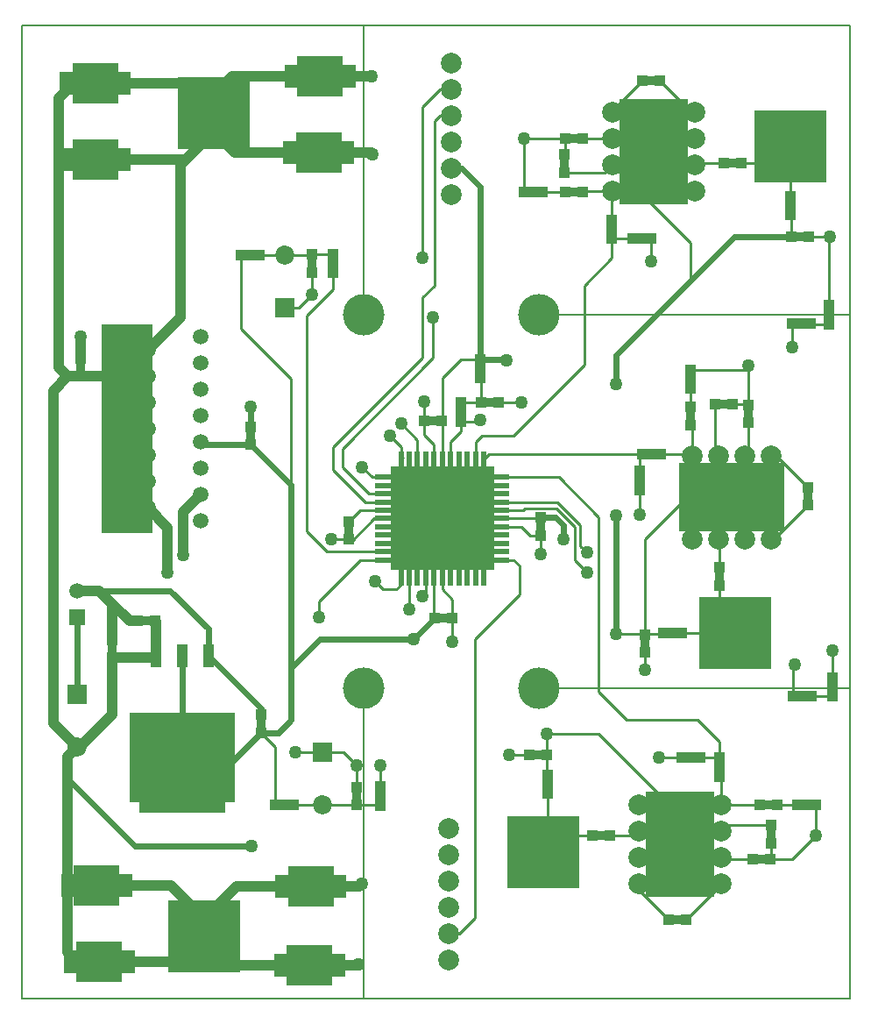
<source format=gtl>
%FSLAX25Y25*%
%MOIN*%
G70*
G01*
G75*
G04 Layer_Physical_Order=1*
G04 Layer_Color=13311*
%ADD10R,0.04213X0.08504*%
%ADD11R,0.32795X0.31496*%
%ADD12R,0.03937X0.03937*%
%ADD13R,0.03937X0.03937*%
%ADD14R,0.09843X0.09055*%
%ADD15R,0.05906X0.01969*%
%ADD16R,0.01969X0.05906*%
%ADD17C,0.01000*%
%ADD18C,0.02362*%
%ADD19C,0.03937*%
%ADD20C,0.00787*%
%ADD21R,0.40000X0.34016*%
%ADD22R,0.03543X0.06693*%
%ADD23R,0.06693X0.03543*%
%ADD24R,0.03937X0.07087*%
%ADD25R,0.17716X0.15748*%
%ADD26R,0.39370X0.39370*%
%ADD27R,0.07087X0.03937*%
%ADD28R,0.40158X0.25984*%
%ADD29R,0.25984X0.40158*%
%ADD30R,0.19685X0.79528*%
%ADD31R,0.27559X0.27559*%
%ADD32C,0.05906*%
%ADD33R,0.05906X0.05906*%
%ADD34R,0.07284X0.07284*%
%ADD35C,0.07284*%
%ADD36C,0.07874*%
%ADD37C,0.05000*%
%ADD38C,0.15748*%
G54D10*
X432148Y130287D02*
D03*
X452148D02*
D03*
X442148D02*
D03*
G54D11*
Y86311D02*
D03*
G54D12*
X472148Y101154D02*
D03*
Y107846D02*
D03*
X689605Y114957D02*
D03*
Y122043D02*
D03*
X688148Y263543D02*
D03*
Y256457D02*
D03*
X555648Y243043D02*
D03*
Y235957D02*
D03*
X548148Y226543D02*
D03*
Y219457D02*
D03*
X517648Y73457D02*
D03*
Y80543D02*
D03*
X499648Y283043D02*
D03*
Y275957D02*
D03*
X581148Y85043D02*
D03*
Y77957D02*
D03*
X673648Y297957D02*
D03*
Y305043D02*
D03*
X635648Y239043D02*
D03*
Y231957D02*
D03*
X646648Y84457D02*
D03*
Y91543D02*
D03*
X605648Y296043D02*
D03*
Y288957D02*
D03*
X616148Y200543D02*
D03*
Y193457D02*
D03*
X618148Y138347D02*
D03*
Y131653D02*
D03*
X587648Y314154D02*
D03*
Y320847D02*
D03*
X666148Y65847D02*
D03*
Y59153D02*
D03*
X468148Y210653D02*
D03*
Y217347D02*
D03*
X403648Y243347D02*
D03*
Y236653D02*
D03*
X508648Y73654D02*
D03*
Y80347D02*
D03*
X491648Y276153D02*
D03*
Y282846D02*
D03*
X505648Y174653D02*
D03*
Y181346D02*
D03*
X578648Y176154D02*
D03*
Y182846D02*
D03*
X680148Y194346D02*
D03*
Y187654D02*
D03*
X646648Y163847D02*
D03*
Y157153D02*
D03*
X635648Y224847D02*
D03*
Y218154D02*
D03*
X657648Y219000D02*
D03*
Y225693D02*
D03*
X415648Y129654D02*
D03*
Y136346D02*
D03*
G54D13*
X431994Y143500D02*
D03*
X425302D02*
D03*
X681648Y115000D02*
D03*
X674562D02*
D03*
X674105Y256500D02*
D03*
X681191D02*
D03*
X484691Y73500D02*
D03*
X477605D02*
D03*
X471691Y282500D02*
D03*
X464605D02*
D03*
X632191Y139000D02*
D03*
X625105D02*
D03*
X683191Y73500D02*
D03*
X676105D02*
D03*
X579191Y306500D02*
D03*
X572105D02*
D03*
X617105Y207000D02*
D03*
X624191D02*
D03*
X632105Y91500D02*
D03*
X639191D02*
D03*
X620691Y289000D02*
D03*
X613605D02*
D03*
X680494Y289500D02*
D03*
X673802D02*
D03*
X574302Y92500D02*
D03*
X580995D02*
D03*
X651495Y225847D02*
D03*
X644802D02*
D03*
X534302Y219500D02*
D03*
X540995D02*
D03*
X544994Y144500D02*
D03*
X538302D02*
D03*
X562495Y226500D02*
D03*
X555802D02*
D03*
X627302Y30000D02*
D03*
X633994D02*
D03*
X623994Y349000D02*
D03*
X617302D02*
D03*
X598302Y62000D02*
D03*
X604994D02*
D03*
X654994Y317500D02*
D03*
X648302D02*
D03*
X661802Y73500D02*
D03*
X668495D02*
D03*
X594494Y306500D02*
D03*
X587802D02*
D03*
X665995Y53000D02*
D03*
X659302D02*
D03*
X587802Y327000D02*
D03*
X594494D02*
D03*
G54D14*
X485683Y321500D02*
D03*
X502613D02*
D03*
X417613Y319000D02*
D03*
X400683D02*
D03*
X486184Y350500D02*
D03*
X503113D02*
D03*
X417613Y348000D02*
D03*
X400683D02*
D03*
X482184Y12500D02*
D03*
X499113D02*
D03*
X419113Y14000D02*
D03*
X402183D02*
D03*
X482684Y42500D02*
D03*
X499613D02*
D03*
X418113Y43000D02*
D03*
X401184D02*
D03*
G54D15*
X518707Y182500D02*
D03*
Y185650D02*
D03*
Y188799D02*
D03*
Y195098D02*
D03*
Y191949D02*
D03*
Y198248D02*
D03*
Y166752D02*
D03*
Y173051D02*
D03*
Y169902D02*
D03*
Y176201D02*
D03*
Y179350D02*
D03*
X563589D02*
D03*
Y176201D02*
D03*
Y169902D02*
D03*
Y173051D02*
D03*
Y166752D02*
D03*
Y198248D02*
D03*
Y191949D02*
D03*
Y195098D02*
D03*
Y188799D02*
D03*
Y185650D02*
D03*
Y182500D02*
D03*
G54D16*
X541148Y160059D02*
D03*
X544298D02*
D03*
X547447D02*
D03*
X553747D02*
D03*
X550597D02*
D03*
X556896D02*
D03*
X525400D02*
D03*
X531699D02*
D03*
X528550D02*
D03*
X534849D02*
D03*
X537998D02*
D03*
Y204941D02*
D03*
X534849D02*
D03*
X528550D02*
D03*
X531699D02*
D03*
X525400D02*
D03*
X556896D02*
D03*
X550597D02*
D03*
X553747D02*
D03*
X547447D02*
D03*
X544298D02*
D03*
X541148D02*
D03*
G54D17*
X495648Y93500D02*
X485148D01*
X477605Y73500D02*
Y95697D01*
X472148Y101154D01*
X517648Y80543D02*
Y88500D01*
X489648Y177500D02*
Y259500D01*
X497247Y169902D02*
X489648Y177500D01*
X518707Y169902D02*
X497247D01*
X472148Y107846D02*
Y110287D01*
X518707Y166752D02*
X509900D01*
X580898Y85293D02*
Y100750D01*
X457306Y86311D02*
X442148D01*
X518707Y182500D02*
X515148D01*
X430365Y217047D02*
X430065Y217347D01*
X646648Y91543D02*
X639235D01*
X689605Y114957D02*
X689562Y115000D01*
X681648D01*
X555802Y235803D02*
X555648Y235957D01*
X555802Y226500D02*
Y235803D01*
Y226500D02*
X555758Y226543D01*
X548148D01*
X537998Y204941D02*
Y210650D01*
X544994Y144500D02*
Y151654D01*
X541148Y155500D01*
Y160059D01*
X538302Y144500D02*
X537998Y144803D01*
X597802Y62000D02*
X581648D01*
X614400D02*
X604494D01*
X615900Y63500D02*
X614400Y62000D01*
X647896Y53000D02*
X647396Y53500D01*
X659302Y53000D02*
X647896D01*
X661802Y73500D02*
X647396D01*
Y43402D02*
Y43500D01*
Y43402D02*
X633994Y30000D01*
X615900Y41402D02*
Y43500D01*
X627302Y30000D02*
X615900Y41402D01*
X482684Y42500D02*
X482184Y43000D01*
Y12500D02*
X481026Y13657D01*
X450648D02*
X450306Y14000D01*
X674148Y53000D02*
X665995D01*
X553747Y204941D02*
X553648Y204842D01*
X647396Y85405D02*
X647148Y85654D01*
X534849Y160059D02*
X534833D01*
X526065Y205606D02*
X525400Y204941D01*
X676105Y73500D02*
X668495D01*
X666148Y65847D02*
X649743D01*
X647396Y63500D01*
X666148Y53154D02*
Y59153D01*
Y53154D02*
X665995Y53000D01*
X495648Y73500D02*
X484691D01*
X517605D02*
X495648D01*
X468148Y217047D02*
Y217347D01*
X688148Y256457D02*
X681235D01*
X514648Y321000D02*
X514148Y321500D01*
X508648Y80347D02*
Y88500D01*
X503648Y93500D02*
X495648D01*
X508648Y88500D02*
X503648Y93500D01*
X469302Y209500D02*
X468148Y210653D01*
X491648Y267500D02*
Y276153D01*
X481148Y282500D02*
X471691D01*
X486648Y262500D02*
X481148D01*
X491648Y267500D02*
X486648Y262500D01*
X491302Y282500D02*
X481148D01*
X491648Y282846D02*
X491451Y283043D01*
X499451Y282846D02*
X491648D01*
X483495Y195307D02*
Y235653D01*
X464605Y254543D01*
Y282500D01*
X499648Y269500D02*
Y275957D01*
Y269500D02*
X489648Y259500D01*
X525400Y160059D02*
X525148Y159807D01*
X537998Y144803D02*
Y160059D01*
X534849Y154201D02*
Y160059D01*
Y154201D02*
X533648Y153000D01*
X528550Y148152D02*
Y160059D01*
Y148152D02*
X528398Y148000D01*
X525400Y157252D02*
Y160059D01*
Y157252D02*
X523648Y155500D01*
X518648D01*
X515648Y158500D01*
X518707Y198248D02*
X514400D01*
X525400Y204941D02*
Y209748D01*
X534302Y219500D02*
Y226847D01*
X571148Y226500D02*
X562495D01*
X547648Y24500D02*
X543648D01*
X553648Y30500D02*
X547648Y24500D01*
X553648Y30500D02*
Y136500D01*
X570648Y153500D02*
X553648Y136500D01*
X570648Y153500D02*
Y164500D01*
X568396Y166752D01*
X563589D01*
X544994Y135653D02*
Y144500D01*
X578648Y176154D02*
X574495D01*
X571298Y179350D01*
X563589D01*
X514400Y198248D02*
X510648Y202000D01*
X525400Y209748D02*
X521148Y214000D01*
X537998Y210650D02*
X534302Y214347D01*
Y219500D01*
X531699Y204941D02*
Y212449D01*
X525648Y218500D01*
X548148Y215500D02*
Y219457D01*
Y215500D02*
X544298Y211650D01*
Y204941D02*
Y211650D01*
X544648Y345500D02*
X540148D01*
X533648Y339000D01*
X515148Y182500D02*
X506475Y173827D01*
X544648Y335500D02*
X540148D01*
X505648Y174653D02*
X498994D01*
X509951Y185650D02*
X505648Y181346D01*
X518707Y185650D02*
X509951D01*
X503148Y202000D02*
Y209000D01*
X533648Y243500D02*
Y266500D01*
X537648Y243500D02*
X503148Y209000D01*
X537648Y243500D02*
Y259000D01*
X533648Y281500D02*
Y339000D01*
X513199Y191949D02*
X503148Y202000D01*
X518707Y191949D02*
X513199D01*
X533648Y243500D02*
X499648Y209500D01*
X518707Y188799D02*
X511849D01*
X499648Y201000D01*
Y209500D01*
X526550Y195098D02*
X518707D01*
X548648Y315500D02*
X544648D01*
X555648Y220000D02*
X555105Y219457D01*
X548148D01*
X574302Y92500D02*
X566648D01*
X618148Y125000D02*
Y131653D01*
X688648Y289500D02*
X680494D01*
X647396Y73500D02*
Y85405D01*
X646648Y91543D02*
Y97500D01*
X638148Y106000D01*
X675148Y127000D02*
X674562Y126413D01*
Y115000D02*
Y126413D01*
X689605Y122043D02*
Y132457D01*
X688148Y263543D02*
Y289000D01*
X688648Y289500D02*
X688148Y289000D01*
X647396Y63500D02*
X637648D01*
X600398Y100750D01*
X580898D01*
X638148Y106000D02*
X611148D01*
X618148Y138347D02*
Y138500D01*
X624605D02*
X618148D01*
X635648Y287252D02*
X605900Y317000D01*
X635648Y273000D02*
Y287252D01*
X673802Y289500D02*
Y297803D01*
X673648Y297957D01*
Y305043D02*
Y317000D01*
X673148Y317500D01*
X654994D01*
X648302D02*
X637896D01*
X637396Y317000D01*
X674148Y247500D02*
Y256457D01*
X674105Y256500D01*
X613605Y289000D02*
X605691D01*
X605648Y296043D02*
Y306748D01*
X553747Y204941D02*
Y211598D01*
X556148Y214000D02*
X553747Y211598D01*
X568148Y214000D02*
X556148D01*
X595148Y241000D02*
X568148Y214000D01*
X595148Y241000D02*
Y271000D01*
X605691Y281543D02*
X595148Y271000D01*
X605691Y281543D02*
Y289000D01*
X645648Y139000D02*
X632191D01*
X646648Y163847D02*
Y174252D01*
X646148Y174752D01*
X667246D02*
X666148D01*
X680148Y187654D02*
X667246Y174752D01*
X680148Y194346D02*
X668247Y206248D01*
X666148D01*
X657648Y207748D02*
X656148Y206248D01*
X657648Y207748D02*
Y219000D01*
X644802Y207594D02*
Y225847D01*
X646148Y206248D02*
X644802Y207594D01*
X657494Y225847D02*
X651495D01*
X657648Y225693D02*
Y240500D01*
X636148Y206248D02*
X635396Y207000D01*
X624191D01*
X617105D02*
X616148Y206043D01*
Y200543D02*
Y206043D01*
X636148Y206248D02*
Y217653D01*
X635648Y218154D01*
Y224847D02*
Y231957D01*
X656191Y239043D02*
X635648D01*
X657648Y240500D02*
X656191Y239043D01*
X683148Y62000D02*
X674148Y53000D01*
X683191Y62043D02*
Y73500D01*
X646148Y202500D02*
Y206248D01*
Y202500D02*
X618148Y174500D01*
Y138500D02*
Y174500D01*
X616148Y184000D02*
Y193457D01*
X558955Y207000D02*
X556896Y204941D01*
X618148Y138500D02*
X607148D01*
X617105Y207000D02*
X558955D01*
X632105Y91500D02*
X623648D01*
X637396Y337000D02*
X635994D01*
X623994Y349000D01*
X617302D02*
X605900Y337598D01*
Y337000D02*
Y337598D01*
Y317000D02*
X603054Y314154D01*
X587648D01*
X605900Y307000D02*
X594994D01*
X594494Y306500D01*
X587802D02*
X580691D01*
X580191Y307000D01*
X620691Y280457D02*
Y289000D01*
X605900Y327000D02*
X594494D01*
X587802Y321000D02*
Y327000D01*
Y321000D02*
X587648Y320847D01*
X587802Y327000D02*
X572148D01*
X572105Y306500D02*
Y326957D01*
X572148Y327000D02*
X572105Y326957D01*
X538148Y271000D02*
X533648Y266500D01*
X538148Y271000D02*
Y333500D01*
X540148Y335500D02*
X538148Y333500D01*
X578648Y169000D02*
Y176154D01*
X571798Y185650D02*
X563589D01*
X584969Y188799D02*
X563589D01*
X572463Y186315D02*
X571798Y185650D01*
X584625Y186315D02*
X572463D01*
X585400Y198248D02*
X563589D01*
X591648Y179292D02*
X584625Y186315D01*
X611148Y106000D02*
X600648Y116500D01*
Y183000D02*
X585400Y198248D01*
X600648Y116500D02*
Y183000D01*
X591648Y166500D02*
Y179292D01*
X596148Y162000D02*
X591648Y166500D01*
X593648Y172000D02*
Y180120D01*
X596148Y169500D02*
X593648Y172000D01*
Y180120D02*
X584969Y188799D01*
X565648Y242500D02*
X565105Y243043D01*
X537998Y160059D02*
Y183650D01*
X526550Y195098D01*
X578302Y182500D02*
X563589D01*
X578648Y182846D02*
X578302Y182500D01*
X548191Y243043D02*
X541148Y236000D01*
X555648Y243043D02*
X548191D01*
X541148Y204941D02*
Y236000D01*
X494148Y145000D02*
Y151000D01*
X509900Y166752D02*
X494148Y151000D01*
X581148Y63890D02*
Y77957D01*
Y63890D02*
X579648Y62390D01*
X646648Y140000D02*
X645648Y139000D01*
X646648Y140000D02*
Y157153D01*
G54D18*
X483495Y105847D02*
X478802Y101154D01*
X472148D01*
X442148Y86311D02*
Y130287D01*
X472148Y110287D02*
X452148Y130287D01*
X424148Y58000D02*
X398648Y83500D01*
X468648Y58000D02*
X424148D01*
X472148Y101154D02*
X457306Y86311D01*
X437648Y155000D02*
X410648D01*
X452148Y140500D02*
X437648Y155000D01*
X452148Y130287D02*
Y140500D01*
X432148Y130287D02*
X431514Y129654D01*
X402148Y116500D02*
Y145000D01*
X483495Y195307D02*
X469302Y209500D01*
X468148Y210653D02*
X450144D01*
X449298Y211500D01*
X468148Y217347D02*
Y225000D01*
X401184Y43000D02*
X398648Y45535D01*
X555648Y308500D02*
X548648Y315500D01*
X555648Y243043D02*
Y308500D01*
X673802Y289500D02*
X652148D01*
X635648Y273000D01*
X607148Y138500D02*
Y183500D01*
X635648Y273000D02*
X607148Y244500D01*
Y233500D02*
Y244500D01*
X432148Y143347D02*
X431994Y143500D01*
X402183Y14000D02*
X398648Y17535D01*
X494494Y136500D02*
X483495Y125500D01*
X538302Y144500D02*
X530302Y136500D01*
X483495Y105847D02*
Y125500D01*
Y195307D01*
X530302Y136500D02*
X530148D01*
X494494D01*
X587148Y174500D02*
Y180000D01*
X584302Y182846D01*
X578648D01*
X565105Y243043D02*
X555648D01*
G54D19*
X398648Y83500D02*
Y92000D01*
Y45535D02*
Y83500D01*
X422148Y143500D02*
X415648Y150000D01*
X425302Y143500D02*
X422148D01*
X431514Y129654D02*
X415648D01*
X393148Y104500D02*
Y231153D01*
X449298Y191500D02*
X442648Y184850D01*
Y168500D02*
Y184850D01*
X436648Y162000D02*
Y179071D01*
X429219Y186500D01*
X402148Y95500D02*
X393148Y104500D01*
X402148Y95500D02*
X398648Y92000D01*
X415648Y108000D02*
Y129654D01*
X482684Y42500D02*
X462758D01*
X438038Y43000D02*
X418113D01*
X415648Y108000D02*
X403148Y95500D01*
X415648Y136346D02*
Y150000D01*
X410648Y155000D01*
X402148D01*
X514148Y321500D02*
X502613D01*
X514148Y350500D02*
X503113D01*
X508648Y12500D02*
X499113D01*
X509648Y42500D02*
X499613D01*
X403648Y243347D02*
Y250500D01*
X398495Y236500D02*
X393148Y231153D01*
X429219Y236500D02*
X398495D01*
X441648Y258929D02*
X429219Y246500D01*
X432148Y130287D02*
Y143347D01*
X398495Y236500D02*
X395148Y239846D01*
Y342465D01*
X400683Y348000D02*
X395148Y342465D01*
X398648Y17535D02*
Y45535D01*
X449538Y348000D02*
X417613D01*
X486184Y350500D02*
X461258D01*
X454148Y343390D01*
X488183Y350500D02*
X486184D01*
X454148Y343390D02*
X449538Y348000D01*
X485683Y321500D02*
X462258D01*
X454148Y329610D01*
X441648Y258929D02*
Y317158D01*
X443491Y319000D02*
X417613D01*
X454148Y329658D02*
X443491Y319000D01*
X441648Y317158D01*
X482184Y12500D02*
X454758D01*
X450648Y16610D01*
X448038Y14000D01*
X419113D01*
X450648Y30390D02*
X438038Y43000D01*
X462758Y42500D02*
X450648Y30390D01*
G54D20*
X511109Y259842D02*
Y370079D01*
Y0D02*
Y118110D01*
X696148Y259842D02*
X578038D01*
X696148Y118110D02*
X578038D01*
X696148Y370079D02*
X381187D01*
X696148Y0D02*
Y370079D01*
X381187Y0D02*
Y370079D01*
X696148Y0D02*
X381187D01*
G54D21*
X442148Y91508D02*
D03*
G54D22*
X472148Y104500D02*
D03*
X618148Y135000D02*
D03*
X587648Y317500D02*
D03*
X666148Y62500D02*
D03*
X468148Y214000D02*
D03*
X403648Y240000D02*
D03*
X508648Y77000D02*
D03*
X491648Y279500D02*
D03*
X505648Y178000D02*
D03*
X578648Y179500D02*
D03*
X680148Y191000D02*
D03*
X646648Y160500D02*
D03*
X635648Y221500D02*
D03*
X657648Y222346D02*
D03*
X415648Y133000D02*
D03*
G54D23*
X428648Y143500D02*
D03*
X677148Y289500D02*
D03*
X577648Y92500D02*
D03*
X648148Y225847D02*
D03*
X537648Y219500D02*
D03*
X541648Y144500D02*
D03*
X559148Y226500D02*
D03*
X630648Y30000D02*
D03*
X620648Y349000D02*
D03*
X601648Y62000D02*
D03*
X651648Y317500D02*
D03*
X665148Y73500D02*
D03*
X591148Y306500D02*
D03*
X662648Y53000D02*
D03*
X591148Y327000D02*
D03*
G54D24*
X689605Y118500D02*
D03*
X688148Y260000D02*
D03*
X555648Y239500D02*
D03*
X548148Y223000D02*
D03*
X517648Y77000D02*
D03*
X499648Y279500D02*
D03*
X581148Y81500D02*
D03*
X673648Y301500D02*
D03*
X635648Y235500D02*
D03*
X646648Y88000D02*
D03*
X605648Y292500D02*
D03*
X616148Y197000D02*
D03*
G54D25*
X494148Y321500D02*
D03*
X409148Y319000D02*
D03*
X494648Y350500D02*
D03*
X409148Y348000D02*
D03*
X490648Y12500D02*
D03*
X410648Y14000D02*
D03*
X491148Y42500D02*
D03*
X409648Y43000D02*
D03*
G54D26*
X541148Y182500D02*
D03*
G54D27*
X678105Y115000D02*
D03*
X677648Y256500D02*
D03*
X481148Y73500D02*
D03*
X468148Y282500D02*
D03*
X628648Y139000D02*
D03*
X679648Y73500D02*
D03*
X575648Y306500D02*
D03*
X620648Y207000D02*
D03*
X635648Y91500D02*
D03*
X617148Y289000D02*
D03*
G54D28*
X651148Y190500D02*
D03*
G54D29*
X621648Y322000D02*
D03*
X631648Y58500D02*
D03*
G54D30*
X421146Y216504D02*
D03*
G54D31*
X454148Y336500D02*
D03*
X450648Y23500D02*
D03*
X579648Y55500D02*
D03*
X652648Y139000D02*
D03*
X673648Y324000D02*
D03*
G54D32*
X402148Y155000D02*
D03*
X429219Y216500D02*
D03*
X449298Y221500D02*
D03*
X429219Y226500D02*
D03*
Y236500D02*
D03*
Y246500D02*
D03*
X449298Y231500D02*
D03*
Y241500D02*
D03*
Y251500D02*
D03*
Y181500D02*
D03*
Y191500D02*
D03*
Y201500D02*
D03*
X429219Y186500D02*
D03*
Y196500D02*
D03*
Y206500D02*
D03*
X449298Y211500D02*
D03*
G54D33*
X402148Y145000D02*
D03*
G54D34*
Y115500D02*
D03*
X495648Y93500D02*
D03*
X481148Y262500D02*
D03*
G54D35*
X402148Y95500D02*
D03*
X495648Y73500D02*
D03*
X481148Y282500D02*
D03*
G54D36*
X656148Y174752D02*
D03*
X646148D02*
D03*
X666148D02*
D03*
X636148D02*
D03*
X666148Y206248D02*
D03*
X646148D02*
D03*
X656148D02*
D03*
X636148D02*
D03*
X605900Y307000D02*
D03*
Y327000D02*
D03*
Y317000D02*
D03*
Y337000D02*
D03*
X637396Y307000D02*
D03*
Y337000D02*
D03*
Y317000D02*
D03*
Y327000D02*
D03*
X647396Y73500D02*
D03*
Y53500D02*
D03*
Y63500D02*
D03*
Y43500D02*
D03*
X615900Y73500D02*
D03*
Y43500D02*
D03*
Y63500D02*
D03*
Y53500D02*
D03*
X544648Y325500D02*
D03*
Y335500D02*
D03*
Y345500D02*
D03*
Y355500D02*
D03*
Y305500D02*
D03*
Y315500D02*
D03*
X543648Y44500D02*
D03*
Y34500D02*
D03*
Y24500D02*
D03*
Y14500D02*
D03*
Y64500D02*
D03*
Y54500D02*
D03*
X454148Y343390D02*
D03*
Y329610D02*
D03*
X450648Y30390D02*
D03*
Y16610D02*
D03*
X579648Y62390D02*
D03*
Y48610D02*
D03*
X645758Y139000D02*
D03*
X659538D02*
D03*
X673648Y317110D02*
D03*
Y330890D02*
D03*
G54D37*
X485148Y93500D02*
D03*
X517648Y88500D02*
D03*
X468648Y58000D02*
D03*
X442648Y168500D02*
D03*
X436648Y162000D02*
D03*
X514648Y321000D02*
D03*
X514148Y350500D02*
D03*
X509148Y13000D02*
D03*
X510648Y43500D02*
D03*
X508648Y88500D02*
D03*
X468148Y225000D02*
D03*
X403648Y251500D02*
D03*
X491648Y267500D02*
D03*
X533648Y153000D02*
D03*
X528398Y148000D02*
D03*
X515648Y158500D02*
D03*
X534302Y226847D02*
D03*
X571148Y226500D02*
D03*
X544994Y135653D02*
D03*
X510648Y202000D02*
D03*
X521148Y214000D02*
D03*
X525648Y218500D02*
D03*
X498994Y174653D02*
D03*
X537648Y259000D02*
D03*
X533648Y281500D02*
D03*
X555648Y220000D02*
D03*
X566648Y92500D02*
D03*
X618148Y125000D02*
D03*
X688648Y289500D02*
D03*
X580898Y100750D02*
D03*
X675148Y127000D02*
D03*
X689605Y132457D02*
D03*
X607148Y138500D02*
D03*
X674148Y247500D02*
D03*
X657648Y240500D02*
D03*
X683148Y62000D02*
D03*
X616148Y184000D02*
D03*
X607148Y183500D02*
D03*
Y233500D02*
D03*
X623648Y91500D02*
D03*
X620691Y280457D02*
D03*
X572148Y327000D02*
D03*
X530148Y136500D02*
D03*
X587148Y174500D02*
D03*
X578648Y169000D02*
D03*
X596148Y169500D02*
D03*
Y162000D02*
D03*
X565648Y242500D02*
D03*
X494148Y145000D02*
D03*
G54D38*
X511109Y118110D02*
D03*
Y259842D02*
D03*
X578038Y118110D02*
D03*
Y259842D02*
D03*
M02*

</source>
